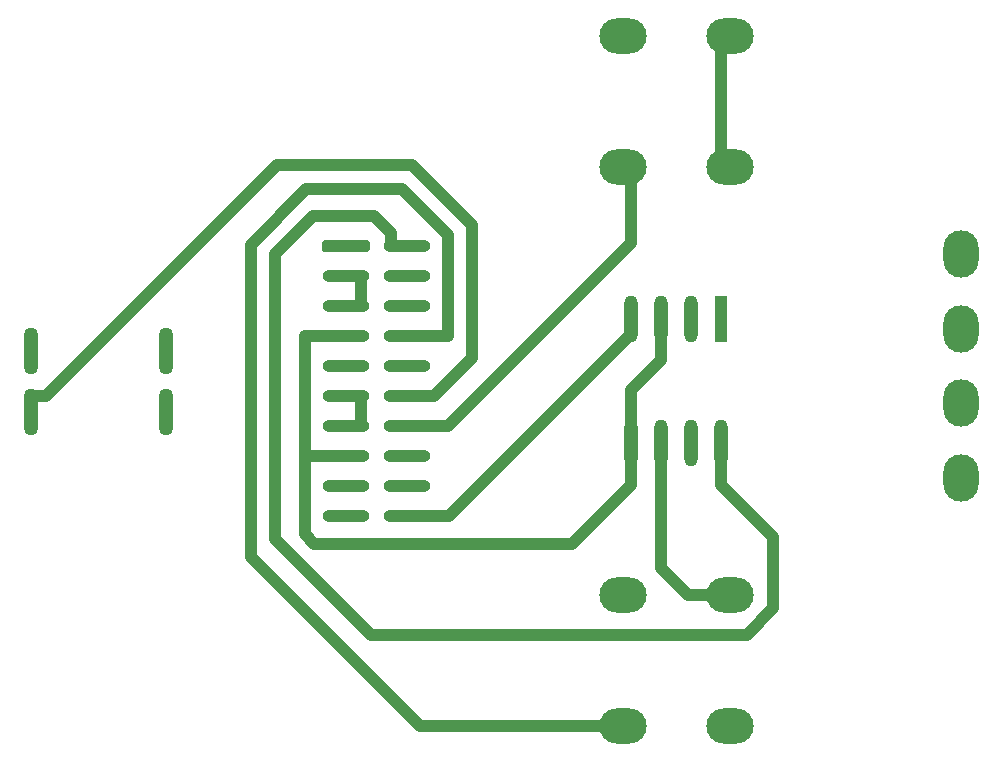
<source format=gbr>
%TF.GenerationSoftware,KiCad,Pcbnew,(5.1.9)-1*%
%TF.CreationDate,2021-05-05T14:34:00-07:00*%
%TF.ProjectId,preamp-board-v4,70726561-6d70-42d6-926f-6172642d7634,rev?*%
%TF.SameCoordinates,PX11a33a70PY316e4430*%
%TF.FileFunction,Copper,L2,Bot*%
%TF.FilePolarity,Positive*%
%FSLAX46Y46*%
G04 Gerber Fmt 4.6, Leading zero omitted, Abs format (unit mm)*
G04 Created by KiCad (PCBNEW (5.1.9)-1) date 2021-05-05 14:34:00*
%MOMM*%
%LPD*%
G01*
G04 APERTURE LIST*
%TA.AperFunction,ComponentPad*%
%ADD10O,3.000000X4.000000*%
%TD*%
%TA.AperFunction,ComponentPad*%
%ADD11O,4.000000X3.000000*%
%TD*%
%TA.AperFunction,ComponentPad*%
%ADD12O,1.250000X4.000000*%
%TD*%
%TA.AperFunction,ComponentPad*%
%ADD13O,4.000000X1.000000*%
%TD*%
%TA.AperFunction,ComponentPad*%
%ADD14O,1.130000X4.000000*%
%TD*%
%TA.AperFunction,ComponentPad*%
%ADD15R,1.130000X4.000000*%
%TD*%
%TA.AperFunction,Conductor*%
%ADD16C,1.000000*%
%TD*%
G04 APERTURE END LIST*
D10*
%TO.P,C1,2*%
%TO.N,Net-(C1-Pad2)*%
X90170000Y45070000D03*
%TO.P,C1,1*%
%TO.N,Net-(C1-Pad1)*%
X90170000Y38670000D03*
%TD*%
%TO.P,C2,2*%
%TO.N,Net-(C2-Pad2)*%
X90170000Y26050000D03*
%TO.P,C2,1*%
%TO.N,Net-(C2-Pad1)*%
X90170000Y32450000D03*
%TD*%
D11*
%TO.P,R1,2*%
%TO.N,Net-(J1-Pad8)*%
X61530000Y5080000D03*
%TO.P,R1,1*%
%TO.N,Net-(C2-Pad2)*%
X70550000Y5080000D03*
%TD*%
%TO.P,R2,2*%
%TO.N,Net-(J1-Pad18)*%
X61530000Y16165000D03*
%TO.P,R2,1*%
%TO.N,Net-(C2-Pad2)*%
X70550000Y16165000D03*
%TD*%
%TO.P,R4,2*%
%TO.N,Net-(J1-Pad14)*%
X61530000Y52415000D03*
%TO.P,R4,1*%
%TO.N,Net-(C1-Pad2)*%
X70550000Y52415000D03*
%TD*%
%TO.P,R3,2*%
%TO.N,Net-(J1-Pad6)*%
X61530000Y63500000D03*
%TO.P,R3,1*%
%TO.N,Net-(C1-Pad2)*%
X70550000Y63500000D03*
%TD*%
D12*
%TO.P,C4,2*%
%TO.N,Net-(C2-Pad1)*%
X22860000Y31710000D03*
%TO.P,C4,1*%
%TO.N,Net-(C4-Pad1)*%
X22860000Y36870000D03*
%TD*%
%TO.P,C3,2*%
%TO.N,Net-(C1-Pad1)*%
X11430000Y31710000D03*
%TO.P,C3,1*%
%TO.N,Net-(C3-Pad1)*%
X11430000Y36870000D03*
%TD*%
D13*
%TO.P,J1,20*%
%TO.N,Net-(J1-Pad20)*%
X43210000Y22860000D03*
%TO.P,J1,18*%
%TO.N,Net-(J1-Pad18)*%
X43210000Y25400000D03*
%TO.P,J1,16*%
%TO.N,Net-(C2-Pad1)*%
X43210000Y27940000D03*
%TO.P,J1,14*%
%TO.N,Net-(J1-Pad14)*%
X43210000Y30480000D03*
%TO.P,J1,12*%
%TO.N,Net-(C1-Pad1)*%
X43210000Y33020000D03*
%TO.P,J1,10*%
%TO.N,GND*%
X43210000Y35560000D03*
%TO.P,J1,8*%
%TO.N,Net-(J1-Pad8)*%
X43210000Y38100000D03*
%TO.P,J1,6*%
%TO.N,Net-(J1-Pad6)*%
X43210000Y40640000D03*
%TO.P,J1,4*%
%TO.N,Net-(J1-Pad4)*%
X43210000Y43180000D03*
%TO.P,J1,2*%
%TO.N,Net-(J1-Pad2)*%
X43210000Y45720000D03*
%TO.P,J1,19*%
%TO.N,Net-(J1-Pad19)*%
X38070000Y22860000D03*
%TO.P,J1,17*%
%TO.N,Net-(J1-Pad17)*%
X38070000Y25400000D03*
%TO.P,J1,15*%
%TO.N,GND*%
X38070000Y27940000D03*
%TO.P,J1,13*%
%TO.N,Net-(J1-Pad11)*%
X38070000Y30480000D03*
%TO.P,J1,11*%
X38070000Y33020000D03*
%TO.P,J1,9*%
%TO.N,Net-(C4-Pad1)*%
X38070000Y35560000D03*
%TO.P,J1,7*%
%TO.N,GND*%
X38070000Y38100000D03*
%TO.P,J1,5*%
%TO.N,Net-(J1-Pad3)*%
X38070000Y40640000D03*
%TO.P,J1,3*%
X38070000Y43180000D03*
%TO.P,J1,1*%
%TO.N,Net-(C3-Pad1)*%
%TA.AperFunction,ComponentPad*%
G36*
G01*
X36070000Y45367000D02*
X36070000Y46073000D01*
G75*
G02*
X36217000Y46220000I147000J0D01*
G01*
X39923000Y46220000D01*
G75*
G02*
X40070000Y46073000I0J-147000D01*
G01*
X40070000Y45367000D01*
G75*
G02*
X39923000Y45220000I-147000J0D01*
G01*
X36217000Y45220000D01*
G75*
G02*
X36070000Y45367000I0J147000D01*
G01*
G37*
%TD.AperFunction*%
%TD*%
D14*
%TO.P,U1,8*%
%TO.N,Net-(J1-Pad2)*%
X69850000Y29020000D03*
%TO.P,U1,7*%
%TO.N,Net-(C2-Pad1)*%
X67310000Y29020000D03*
%TO.P,U1,6*%
%TO.N,Net-(C2-Pad2)*%
X64770000Y29020000D03*
%TO.P,U1,5*%
%TO.N,GND*%
X62230000Y29020000D03*
%TO.P,U1,4*%
%TO.N,Net-(J1-Pad20)*%
X62230000Y39560000D03*
%TO.P,U1,3*%
%TO.N,GND*%
X64770000Y39560000D03*
%TO.P,U1,2*%
%TO.N,Net-(C1-Pad2)*%
X67310000Y39560000D03*
D15*
%TO.P,U1,1*%
%TO.N,Net-(C1-Pad1)*%
X69850000Y39560000D03*
%TD*%
D16*
%TO.N,Net-(C1-Pad1)*%
X41910000Y33020000D02*
X45523000Y33020000D01*
X45523000Y33020000D02*
X48712000Y36209000D01*
X48712000Y36209000D02*
X48712000Y47525000D01*
X48712000Y47525000D02*
X43682000Y52555000D01*
X43682000Y52555000D02*
X32221000Y52555000D01*
X32221000Y52555000D02*
X12706000Y33040000D01*
X12706000Y33040000D02*
X11430000Y33040000D01*
%TO.N,Net-(C1-Pad2)*%
X69850000Y63500000D02*
X69850000Y52415000D01*
%TO.N,Net-(C2-Pad2)*%
X69850000Y16165000D02*
X67049000Y16165000D01*
X64770000Y30320000D02*
X64770000Y18444000D01*
X64770000Y18444000D02*
X67049000Y16165000D01*
%TO.N,Net-(J1-Pad2)*%
X69850000Y30320000D02*
X69850000Y25519000D01*
X69850000Y25519000D02*
X74255000Y21114000D01*
X74255000Y21114000D02*
X74255000Y15044000D01*
X74255000Y15044000D02*
X72035000Y12824000D01*
X72035000Y12824000D02*
X40161000Y12824000D01*
X40161000Y12824000D02*
X32026000Y20959000D01*
X32026000Y20959000D02*
X32026000Y45024000D01*
X32026000Y45024000D02*
X35315000Y48313000D01*
X35315000Y48313000D02*
X40445000Y48313000D01*
X40445000Y48313000D02*
X41910000Y46848000D01*
X41910000Y46848000D02*
X41910000Y45720000D01*
%TO.N,Net-(J1-Pad11)*%
X39370000Y33020000D02*
X39370000Y30480000D01*
%TO.N,GND*%
X39370000Y38100000D02*
X34569000Y38100000D01*
X34569000Y38100000D02*
X34569000Y27940000D01*
X62230000Y30320000D02*
X62230000Y25519000D01*
X62230000Y25519000D02*
X57215000Y20504000D01*
X57215000Y20504000D02*
X35403000Y20504000D01*
X35403000Y20504000D02*
X34569000Y21338000D01*
X34569000Y21338000D02*
X34569000Y27940000D01*
X64770000Y36059000D02*
X62230000Y33519000D01*
X62230000Y33519000D02*
X62230000Y30320000D01*
X39370000Y27940000D02*
X34569000Y27940000D01*
X64770000Y38260000D02*
X64770000Y36059000D01*
%TO.N,Net-(J1-Pad14)*%
X46711000Y30480000D02*
X62230000Y45999000D01*
X62230000Y45999000D02*
X62230000Y49414000D01*
X62230000Y52415000D02*
X62230000Y49414000D01*
X41910000Y30480000D02*
X46711000Y30480000D01*
%TO.N,Net-(J1-Pad20)*%
X46711000Y22860000D02*
X46830000Y22860000D01*
X46830000Y22860000D02*
X62230000Y38260000D01*
X41910000Y22860000D02*
X46711000Y22860000D01*
%TO.N,Net-(J1-Pad3)*%
X39370000Y43180000D02*
X39370000Y40640000D01*
%TO.N,Net-(J1-Pad8)*%
X62230000Y5080000D02*
X44360000Y5080000D01*
X44360000Y5080000D02*
X30024000Y19416000D01*
X30024000Y19416000D02*
X30024000Y45853000D01*
X30024000Y45853000D02*
X34725000Y50554000D01*
X34725000Y50554000D02*
X42853000Y50554000D01*
X42853000Y50554000D02*
X46711000Y46696000D01*
X46711000Y46696000D02*
X46711000Y38100000D01*
X41910000Y38100000D02*
X46711000Y38100000D01*
%TD*%
M02*

</source>
